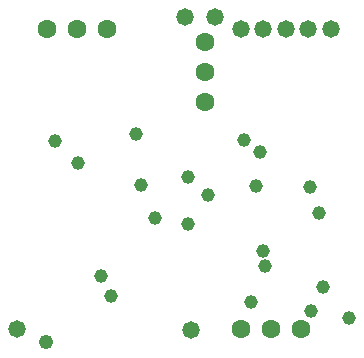
<source format=gbs>
G04 Layer_Color=16711935*
%FSLAX24Y24*%
%MOIN*%
G70*
G01*
G75*
%ADD42C,0.0630*%
%ADD43C,0.0580*%
%ADD44C,0.0460*%
%ADD45C,0.0480*%
D42*
X-2800Y1250D02*
D03*
X-4800D02*
D03*
X-3800D02*
D03*
X-6000Y9800D02*
D03*
X-11250Y11250D02*
D03*
X-10250D02*
D03*
X-6000Y10800D02*
D03*
Y8800D02*
D03*
X-9250Y11250D02*
D03*
D43*
X-6650Y11650D02*
D03*
X-6450Y1200D02*
D03*
X-5650Y11650D02*
D03*
X-4800Y11250D02*
D03*
X-4050D02*
D03*
X-12250Y1250D02*
D03*
X-2550Y11250D02*
D03*
X-3300D02*
D03*
X-1800D02*
D03*
D44*
X-2450Y1850D02*
D03*
X-2050Y2650D02*
D03*
X-1200Y1600D02*
D03*
X-2200Y5100D02*
D03*
X-11000Y7500D02*
D03*
X-7650Y4950D02*
D03*
X-9450Y3000D02*
D03*
X-2480Y5960D02*
D03*
X-4150Y7150D02*
D03*
X-4300Y6000D02*
D03*
X-8300Y7750D02*
D03*
X-4450Y2150D02*
D03*
X-6550Y6300D02*
D03*
X-5890Y5700D02*
D03*
X-4050Y3850D02*
D03*
X-4000Y3350D02*
D03*
X-9145Y2345D02*
D03*
X-10243Y6760D02*
D03*
X-8140Y6050D02*
D03*
X-4690Y7550D02*
D03*
X-6550Y4750D02*
D03*
D45*
X-11300Y800D02*
D03*
M02*

</source>
